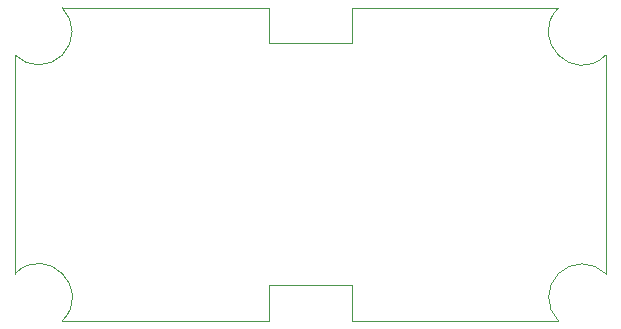
<source format=gbr>
G04 #@! TF.GenerationSoftware,KiCad,Pcbnew,(5.1.2-1)-1*
G04 #@! TF.CreationDate,2022-01-26T01:19:45+00:00*
G04 #@! TF.ProjectId,mz25key,6d7a3235-6b65-4792-9e6b-696361645f70,rev?*
G04 #@! TF.SameCoordinates,Original*
G04 #@! TF.FileFunction,Profile,NP*
%FSLAX46Y46*%
G04 Gerber Fmt 4.6, Leading zero omitted, Abs format (unit mm)*
G04 Created by KiCad (PCBNEW (5.1.2-1)-1) date 2022-01-26 01:19:45*
%MOMM*%
%LPD*%
G04 APERTURE LIST*
%ADD10C,0.050000*%
G04 APERTURE END LIST*
D10*
X100000000Y-84000000D02*
G75*
G02X96000000Y-80000000I-2000000J2000000D01*
G01*
X96000000Y-106500000D02*
G75*
G02X100000000Y-102500000I2000000J2000000D01*
G01*
X50000001Y-102500002D02*
G75*
G02X54000001Y-106500002I2000000J-2000000D01*
G01*
X71500000Y-83000000D02*
X78500000Y-83000000D01*
X78500000Y-83000000D02*
X78500000Y-80000000D01*
X71500000Y-83000000D02*
X71500000Y-80000000D01*
X78500000Y-106500000D02*
X78500000Y-103500000D01*
X71500000Y-106500000D02*
X71500000Y-103500000D01*
X71500000Y-103500000D02*
X78500000Y-103500000D01*
X78500000Y-106500000D02*
X96000000Y-106500000D01*
X54000000Y-106500000D02*
X71500000Y-106500000D01*
X78500000Y-80000000D02*
X96000000Y-80000000D01*
X54000000Y-80000000D02*
G75*
G02X50000000Y-84000000I-2000000J-2000000D01*
G01*
X50000000Y-84000000D02*
X50000000Y-102500000D01*
X100000000Y-84000000D02*
X100000000Y-102500000D01*
X54000000Y-80000000D02*
X71500000Y-80000000D01*
M02*

</source>
